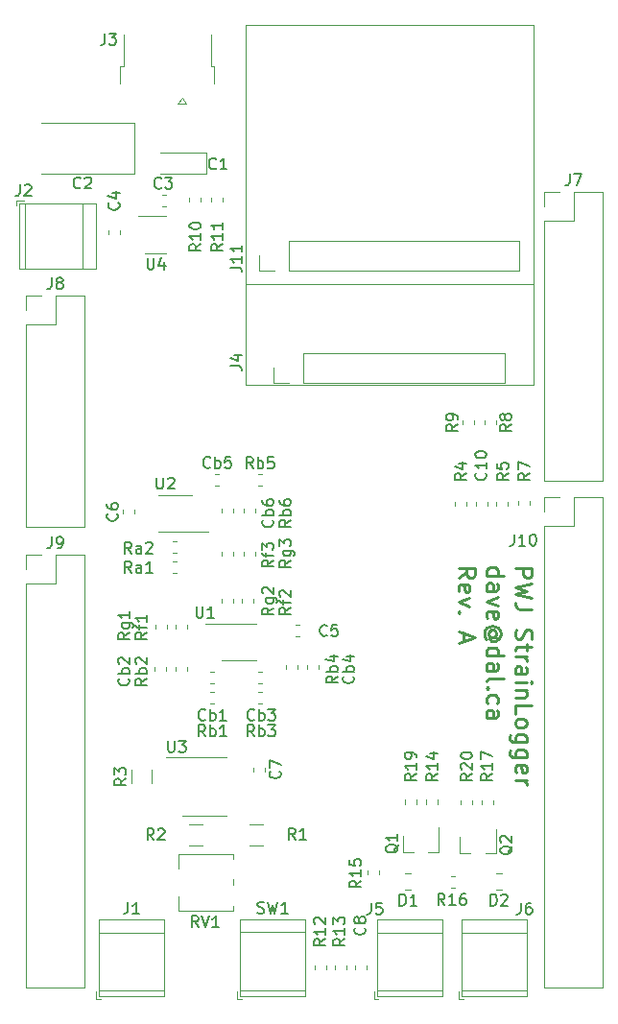
<source format=gto>
G04 #@! TF.GenerationSoftware,KiCad,Pcbnew,(5.1.5-0)*
G04 #@! TF.CreationDate,2021-03-30T12:59:59-03:00*
G04 #@! TF.ProjectId,pwjsignal,70776a73-6967-46e6-916c-2e6b69636164,rev?*
G04 #@! TF.SameCoordinates,Original*
G04 #@! TF.FileFunction,Legend,Top*
G04 #@! TF.FilePolarity,Positive*
%FSLAX46Y46*%
G04 Gerber Fmt 4.6, Leading zero omitted, Abs format (unit mm)*
G04 Created by KiCad (PCBNEW (5.1.5-0)) date 2021-03-30 12:59:59*
%MOMM*%
%LPD*%
G04 APERTURE LIST*
%ADD10C,0.254000*%
%ADD11C,0.120000*%
%ADD12C,0.150000*%
G04 APERTURE END LIST*
D10*
X171370428Y-88787242D02*
X172870428Y-88787242D01*
X172870428Y-89358671D01*
X172799000Y-89501528D01*
X172727571Y-89572957D01*
X172584714Y-89644385D01*
X172370428Y-89644385D01*
X172227571Y-89572957D01*
X172156142Y-89501528D01*
X172084714Y-89358671D01*
X172084714Y-88787242D01*
X172870428Y-90144385D02*
X171370428Y-90501528D01*
X172441857Y-90787242D01*
X171370428Y-91072957D01*
X172870428Y-91430100D01*
X172870428Y-92430100D02*
X171799000Y-92430100D01*
X171584714Y-92358671D01*
X171441857Y-92215814D01*
X171370428Y-92001528D01*
X171370428Y-91858671D01*
X171441857Y-94215814D02*
X171370428Y-94430100D01*
X171370428Y-94787242D01*
X171441857Y-94930100D01*
X171513285Y-95001528D01*
X171656142Y-95072957D01*
X171799000Y-95072957D01*
X171941857Y-95001528D01*
X172013285Y-94930100D01*
X172084714Y-94787242D01*
X172156142Y-94501528D01*
X172227571Y-94358671D01*
X172299000Y-94287242D01*
X172441857Y-94215814D01*
X172584714Y-94215814D01*
X172727571Y-94287242D01*
X172799000Y-94358671D01*
X172870428Y-94501528D01*
X172870428Y-94858671D01*
X172799000Y-95072957D01*
X172370428Y-95501528D02*
X172370428Y-96072957D01*
X172870428Y-95715814D02*
X171584714Y-95715814D01*
X171441857Y-95787242D01*
X171370428Y-95930100D01*
X171370428Y-96072957D01*
X171370428Y-96572957D02*
X172370428Y-96572957D01*
X172084714Y-96572957D02*
X172227571Y-96644385D01*
X172299000Y-96715814D01*
X172370428Y-96858671D01*
X172370428Y-97001528D01*
X171370428Y-98144385D02*
X172156142Y-98144385D01*
X172299000Y-98072957D01*
X172370428Y-97930100D01*
X172370428Y-97644385D01*
X172299000Y-97501528D01*
X171441857Y-98144385D02*
X171370428Y-98001528D01*
X171370428Y-97644385D01*
X171441857Y-97501528D01*
X171584714Y-97430100D01*
X171727571Y-97430100D01*
X171870428Y-97501528D01*
X171941857Y-97644385D01*
X171941857Y-98001528D01*
X172013285Y-98144385D01*
X171370428Y-98858671D02*
X172370428Y-98858671D01*
X172870428Y-98858671D02*
X172799000Y-98787242D01*
X172727571Y-98858671D01*
X172799000Y-98930100D01*
X172870428Y-98858671D01*
X172727571Y-98858671D01*
X172370428Y-99572957D02*
X171370428Y-99572957D01*
X172227571Y-99572957D02*
X172299000Y-99644385D01*
X172370428Y-99787242D01*
X172370428Y-100001528D01*
X172299000Y-100144385D01*
X172156142Y-100215814D01*
X171370428Y-100215814D01*
X171370428Y-101644385D02*
X171370428Y-100930100D01*
X172870428Y-100930100D01*
X171370428Y-102358671D02*
X171441857Y-102215814D01*
X171513285Y-102144385D01*
X171656142Y-102072957D01*
X172084714Y-102072957D01*
X172227571Y-102144385D01*
X172299000Y-102215814D01*
X172370428Y-102358671D01*
X172370428Y-102572957D01*
X172299000Y-102715814D01*
X172227571Y-102787242D01*
X172084714Y-102858671D01*
X171656142Y-102858671D01*
X171513285Y-102787242D01*
X171441857Y-102715814D01*
X171370428Y-102572957D01*
X171370428Y-102358671D01*
X172370428Y-104144385D02*
X171156142Y-104144385D01*
X171013285Y-104072957D01*
X170941857Y-104001528D01*
X170870428Y-103858671D01*
X170870428Y-103644385D01*
X170941857Y-103501528D01*
X171441857Y-104144385D02*
X171370428Y-104001528D01*
X171370428Y-103715814D01*
X171441857Y-103572957D01*
X171513285Y-103501528D01*
X171656142Y-103430100D01*
X172084714Y-103430100D01*
X172227571Y-103501528D01*
X172299000Y-103572957D01*
X172370428Y-103715814D01*
X172370428Y-104001528D01*
X172299000Y-104144385D01*
X172370428Y-105501528D02*
X171156142Y-105501528D01*
X171013285Y-105430100D01*
X170941857Y-105358671D01*
X170870428Y-105215814D01*
X170870428Y-105001528D01*
X170941857Y-104858671D01*
X171441857Y-105501528D02*
X171370428Y-105358671D01*
X171370428Y-105072957D01*
X171441857Y-104930100D01*
X171513285Y-104858671D01*
X171656142Y-104787242D01*
X172084714Y-104787242D01*
X172227571Y-104858671D01*
X172299000Y-104930100D01*
X172370428Y-105072957D01*
X172370428Y-105358671D01*
X172299000Y-105501528D01*
X171441857Y-106787242D02*
X171370428Y-106644385D01*
X171370428Y-106358671D01*
X171441857Y-106215814D01*
X171584714Y-106144385D01*
X172156142Y-106144385D01*
X172299000Y-106215814D01*
X172370428Y-106358671D01*
X172370428Y-106644385D01*
X172299000Y-106787242D01*
X172156142Y-106858671D01*
X172013285Y-106858671D01*
X171870428Y-106144385D01*
X171370428Y-107501528D02*
X172370428Y-107501528D01*
X172084714Y-107501528D02*
X172227571Y-107572957D01*
X172299000Y-107644385D01*
X172370428Y-107787242D01*
X172370428Y-107930100D01*
X168866428Y-89430100D02*
X170366428Y-89430100D01*
X168937857Y-89430100D02*
X168866428Y-89287242D01*
X168866428Y-89001528D01*
X168937857Y-88858671D01*
X169009285Y-88787242D01*
X169152142Y-88715814D01*
X169580714Y-88715814D01*
X169723571Y-88787242D01*
X169795000Y-88858671D01*
X169866428Y-89001528D01*
X169866428Y-89287242D01*
X169795000Y-89430100D01*
X168866428Y-90787242D02*
X169652142Y-90787242D01*
X169795000Y-90715814D01*
X169866428Y-90572957D01*
X169866428Y-90287242D01*
X169795000Y-90144385D01*
X168937857Y-90787242D02*
X168866428Y-90644385D01*
X168866428Y-90287242D01*
X168937857Y-90144385D01*
X169080714Y-90072957D01*
X169223571Y-90072957D01*
X169366428Y-90144385D01*
X169437857Y-90287242D01*
X169437857Y-90644385D01*
X169509285Y-90787242D01*
X169866428Y-91358671D02*
X168866428Y-91715814D01*
X169866428Y-92072957D01*
X168937857Y-93215814D02*
X168866428Y-93072957D01*
X168866428Y-92787242D01*
X168937857Y-92644385D01*
X169080714Y-92572957D01*
X169652142Y-92572957D01*
X169795000Y-92644385D01*
X169866428Y-92787242D01*
X169866428Y-93072957D01*
X169795000Y-93215814D01*
X169652142Y-93287242D01*
X169509285Y-93287242D01*
X169366428Y-92572957D01*
X169580714Y-94858671D02*
X169652142Y-94787242D01*
X169723571Y-94644385D01*
X169723571Y-94501528D01*
X169652142Y-94358671D01*
X169580714Y-94287242D01*
X169437857Y-94215814D01*
X169295000Y-94215814D01*
X169152142Y-94287242D01*
X169080714Y-94358671D01*
X169009285Y-94501528D01*
X169009285Y-94644385D01*
X169080714Y-94787242D01*
X169152142Y-94858671D01*
X169723571Y-94858671D02*
X169152142Y-94858671D01*
X169080714Y-94930100D01*
X169080714Y-95001528D01*
X169152142Y-95144385D01*
X169295000Y-95215814D01*
X169652142Y-95215814D01*
X169866428Y-95072957D01*
X170009285Y-94858671D01*
X170080714Y-94572957D01*
X170009285Y-94287242D01*
X169866428Y-94072957D01*
X169652142Y-93930100D01*
X169366428Y-93858671D01*
X169080714Y-93930100D01*
X168866428Y-94072957D01*
X168723571Y-94287242D01*
X168652142Y-94572957D01*
X168723571Y-94858671D01*
X168866428Y-95072957D01*
X168866428Y-96501528D02*
X170366428Y-96501528D01*
X168937857Y-96501528D02*
X168866428Y-96358671D01*
X168866428Y-96072957D01*
X168937857Y-95930100D01*
X169009285Y-95858671D01*
X169152142Y-95787242D01*
X169580714Y-95787242D01*
X169723571Y-95858671D01*
X169795000Y-95930100D01*
X169866428Y-96072957D01*
X169866428Y-96358671D01*
X169795000Y-96501528D01*
X168866428Y-97858671D02*
X169652142Y-97858671D01*
X169795000Y-97787242D01*
X169866428Y-97644385D01*
X169866428Y-97358671D01*
X169795000Y-97215814D01*
X168937857Y-97858671D02*
X168866428Y-97715814D01*
X168866428Y-97358671D01*
X168937857Y-97215814D01*
X169080714Y-97144385D01*
X169223571Y-97144385D01*
X169366428Y-97215814D01*
X169437857Y-97358671D01*
X169437857Y-97715814D01*
X169509285Y-97858671D01*
X168866428Y-98787242D02*
X168937857Y-98644385D01*
X169080714Y-98572957D01*
X170366428Y-98572957D01*
X169009285Y-99358671D02*
X168937857Y-99430100D01*
X168866428Y-99358671D01*
X168937857Y-99287242D01*
X169009285Y-99358671D01*
X168866428Y-99358671D01*
X168937857Y-100715814D02*
X168866428Y-100572957D01*
X168866428Y-100287242D01*
X168937857Y-100144385D01*
X169009285Y-100072957D01*
X169152142Y-100001528D01*
X169580714Y-100001528D01*
X169723571Y-100072957D01*
X169795000Y-100144385D01*
X169866428Y-100287242D01*
X169866428Y-100572957D01*
X169795000Y-100715814D01*
X168866428Y-102001528D02*
X169652142Y-102001528D01*
X169795000Y-101930100D01*
X169866428Y-101787242D01*
X169866428Y-101501528D01*
X169795000Y-101358671D01*
X168937857Y-102001528D02*
X168866428Y-101858671D01*
X168866428Y-101501528D01*
X168937857Y-101358671D01*
X169080714Y-101287242D01*
X169223571Y-101287242D01*
X169366428Y-101358671D01*
X169437857Y-101501528D01*
X169437857Y-101858671D01*
X169509285Y-102001528D01*
X166362428Y-89644385D02*
X167076714Y-89144385D01*
X166362428Y-88787242D02*
X167862428Y-88787242D01*
X167862428Y-89358671D01*
X167791000Y-89501528D01*
X167719571Y-89572957D01*
X167576714Y-89644385D01*
X167362428Y-89644385D01*
X167219571Y-89572957D01*
X167148142Y-89501528D01*
X167076714Y-89358671D01*
X167076714Y-88787242D01*
X166433857Y-90858671D02*
X166362428Y-90715814D01*
X166362428Y-90430100D01*
X166433857Y-90287242D01*
X166576714Y-90215814D01*
X167148142Y-90215814D01*
X167291000Y-90287242D01*
X167362428Y-90430100D01*
X167362428Y-90715814D01*
X167291000Y-90858671D01*
X167148142Y-90930100D01*
X167005285Y-90930100D01*
X166862428Y-90215814D01*
X167362428Y-91430100D02*
X166362428Y-91787242D01*
X167362428Y-92144385D01*
X166505285Y-92715814D02*
X166433857Y-92787242D01*
X166362428Y-92715814D01*
X166433857Y-92644385D01*
X166505285Y-92715814D01*
X166362428Y-92715814D01*
X166791000Y-94501528D02*
X166791000Y-95215814D01*
X166362428Y-94358671D02*
X167862428Y-94858671D01*
X166362428Y-95358671D01*
D11*
X152654000Y-69790000D02*
X170494000Y-69790000D01*
X170494000Y-72450000D02*
X170494000Y-69790000D01*
X152654000Y-72450000D02*
X152654000Y-69790000D01*
X151384000Y-72450000D02*
X150054000Y-72450000D01*
X152654000Y-72450000D02*
X170494000Y-72450000D01*
X150054000Y-72450000D02*
X150054000Y-71120000D01*
X172974000Y-72644000D02*
X160274000Y-72644000D01*
X172974000Y-40894000D02*
X172974000Y-72644000D01*
X147574000Y-40894000D02*
X172974000Y-40894000D01*
X147574000Y-72644000D02*
X147574000Y-40894000D01*
X160274000Y-72644000D02*
X147574000Y-72644000D01*
X146857000Y-126774600D02*
X147257000Y-126774600D01*
X146857000Y-126134600D02*
X146857000Y-126774600D01*
X152877000Y-119794600D02*
X152877000Y-126534600D01*
X147097000Y-119794600D02*
X147097000Y-126534600D01*
X147097000Y-126534600D02*
X152877000Y-126534600D01*
X147097000Y-119794600D02*
X152877000Y-119794600D01*
X147097000Y-120914600D02*
X152877000Y-120914600D01*
X147097000Y-126014600D02*
X152877000Y-126014600D01*
X158922000Y-126800000D02*
X159322000Y-126800000D01*
X158922000Y-126160000D02*
X158922000Y-126800000D01*
X164942000Y-119820000D02*
X164942000Y-126560000D01*
X159162000Y-119820000D02*
X159162000Y-126560000D01*
X159162000Y-126560000D02*
X164942000Y-126560000D01*
X159162000Y-119820000D02*
X164942000Y-119820000D01*
X159162000Y-120940000D02*
X164942000Y-120940000D01*
X159162000Y-126040000D02*
X164942000Y-126040000D01*
X148698133Y-81485200D02*
X149040667Y-81485200D01*
X148698133Y-80465200D02*
X149040667Y-80465200D01*
X141142933Y-86383400D02*
X141485467Y-86383400D01*
X141142933Y-87403400D02*
X141485467Y-87403400D01*
X141376400Y-82324300D02*
X139876400Y-82324300D01*
X141376400Y-82324300D02*
X142876400Y-82324300D01*
X141376400Y-85544300D02*
X139876400Y-85544300D01*
X141376400Y-85544300D02*
X144301400Y-85544300D01*
X141485467Y-88212200D02*
X141142933Y-88212200D01*
X141485467Y-89232200D02*
X141142933Y-89232200D01*
X147470400Y-83915067D02*
X147470400Y-83572533D01*
X148490400Y-83915067D02*
X148490400Y-83572533D01*
X146521900Y-87711067D02*
X146521900Y-87368533D01*
X145501900Y-87711067D02*
X145501900Y-87368533D01*
X147470400Y-87382533D02*
X147470400Y-87725067D01*
X148490400Y-87382533D02*
X148490400Y-87725067D01*
X137811000Y-83648733D02*
X137811000Y-83991267D01*
X136791000Y-83648733D02*
X136791000Y-83991267D01*
X145270067Y-81485200D02*
X144927533Y-81485200D01*
X145270067Y-80465200D02*
X144927533Y-80465200D01*
X145501900Y-83915067D02*
X145501900Y-83572533D01*
X146521900Y-83915067D02*
X146521900Y-83572533D01*
X128210000Y-125790000D02*
X133410000Y-125790000D01*
X128210000Y-90170000D02*
X128210000Y-125790000D01*
X133410000Y-87570000D02*
X133410000Y-125790000D01*
X128210000Y-90170000D02*
X130810000Y-90170000D01*
X130810000Y-90170000D02*
X130810000Y-87570000D01*
X130810000Y-87570000D02*
X133410000Y-87570000D01*
X128210000Y-88900000D02*
X128210000Y-87570000D01*
X128210000Y-87570000D02*
X129540000Y-87570000D01*
X173930000Y-125790000D02*
X179130000Y-125790000D01*
X173930000Y-85090000D02*
X173930000Y-125790000D01*
X179130000Y-82490000D02*
X179130000Y-125790000D01*
X173930000Y-85090000D02*
X176530000Y-85090000D01*
X176530000Y-85090000D02*
X176530000Y-82490000D01*
X176530000Y-82490000D02*
X179130000Y-82490000D01*
X173930000Y-83820000D02*
X173930000Y-82490000D01*
X173930000Y-82490000D02*
X175260000Y-82490000D01*
X140555767Y-55878000D02*
X140213233Y-55878000D01*
X140555767Y-56898000D02*
X140213233Y-56898000D01*
X136527000Y-59010733D02*
X136527000Y-59353267D01*
X135507000Y-59010733D02*
X135507000Y-59353267D01*
X152011533Y-93774800D02*
X152354067Y-93774800D01*
X152011533Y-94794800D02*
X152354067Y-94794800D01*
X148308600Y-106370333D02*
X148308600Y-106712867D01*
X149328600Y-106370333D02*
X149328600Y-106712867D01*
X157224000Y-124213467D02*
X157224000Y-123870933D01*
X158244000Y-124213467D02*
X158244000Y-123870933D01*
X167892000Y-82964233D02*
X167892000Y-83306767D01*
X168912000Y-82964233D02*
X168912000Y-83306767D01*
X144481733Y-98985800D02*
X144824267Y-98985800D01*
X144481733Y-97965800D02*
X144824267Y-97965800D01*
X140616400Y-97517133D02*
X140616400Y-97859667D01*
X139596400Y-97517133D02*
X139596400Y-97859667D01*
X149064767Y-97902300D02*
X148722233Y-97902300D01*
X149064767Y-98922300D02*
X148722233Y-98922300D01*
X154053000Y-97366033D02*
X154053000Y-97708567D01*
X153033000Y-97366033D02*
X153033000Y-97708567D01*
X162177252Y-115749000D02*
X161654748Y-115749000D01*
X162177252Y-117169000D02*
X161654748Y-117169000D01*
X170196252Y-117169000D02*
X169673748Y-117169000D01*
X170196252Y-115749000D02*
X169673748Y-115749000D01*
X134651000Y-126040000D02*
X140431000Y-126040000D01*
X134651000Y-120940000D02*
X140431000Y-120940000D01*
X134651000Y-119820000D02*
X140431000Y-119820000D01*
X134651000Y-126560000D02*
X140431000Y-126560000D01*
X134651000Y-119820000D02*
X134651000Y-126560000D01*
X140431000Y-119820000D02*
X140431000Y-126560000D01*
X134411000Y-126160000D02*
X134411000Y-126800000D01*
X134411000Y-126800000D02*
X134811000Y-126800000D01*
X128150500Y-56609500D02*
X128150500Y-62389500D01*
X133250500Y-56609500D02*
X133250500Y-62389500D01*
X134370500Y-56609500D02*
X134370500Y-62389500D01*
X127630500Y-56609500D02*
X127630500Y-62389500D01*
X134370500Y-56609500D02*
X127630500Y-56609500D01*
X134370500Y-62389500D02*
X127630500Y-62389500D01*
X128030500Y-56369500D02*
X127390500Y-56369500D01*
X127390500Y-56369500D02*
X127390500Y-56769500D01*
X144836000Y-44528000D02*
X144836000Y-46078000D01*
X144836000Y-44528000D02*
X144536000Y-44528000D01*
X144536000Y-41728000D02*
X144536000Y-44528000D01*
X136536000Y-44528000D02*
X136536000Y-46078000D01*
X136836000Y-44528000D02*
X136536000Y-44528000D01*
X136836000Y-41728000D02*
X136836000Y-44528000D01*
X141586000Y-47778000D02*
X141986000Y-47328000D01*
X142386000Y-47778000D02*
X141586000Y-47778000D01*
X141986000Y-47328000D02*
X142386000Y-47778000D01*
X166655000Y-126040000D02*
X172435000Y-126040000D01*
X166655000Y-120940000D02*
X172435000Y-120940000D01*
X166655000Y-119820000D02*
X172435000Y-119820000D01*
X166655000Y-126560000D02*
X172435000Y-126560000D01*
X166655000Y-119820000D02*
X166655000Y-126560000D01*
X172435000Y-119820000D02*
X172435000Y-126560000D01*
X166415000Y-126160000D02*
X166415000Y-126800000D01*
X166415000Y-126800000D02*
X166815000Y-126800000D01*
X173930000Y-81090000D02*
X179130000Y-81090000D01*
X173930000Y-58170000D02*
X173930000Y-81090000D01*
X179130000Y-55570000D02*
X179130000Y-81090000D01*
X173930000Y-58170000D02*
X176530000Y-58170000D01*
X176530000Y-58170000D02*
X176530000Y-55570000D01*
X176530000Y-55570000D02*
X179130000Y-55570000D01*
X173930000Y-56900000D02*
X173930000Y-55570000D01*
X173930000Y-55570000D02*
X175260000Y-55570000D01*
X128210000Y-85150000D02*
X133410000Y-85150000D01*
X128210000Y-67310000D02*
X128210000Y-85150000D01*
X133410000Y-64710000D02*
X133410000Y-85150000D01*
X128210000Y-67310000D02*
X130810000Y-67310000D01*
X130810000Y-67310000D02*
X130810000Y-64710000D01*
X130810000Y-64710000D02*
X133410000Y-64710000D01*
X128210000Y-66040000D02*
X128210000Y-64710000D01*
X128210000Y-64710000D02*
X129540000Y-64710000D01*
X161485500Y-113837500D02*
X162415500Y-113837500D01*
X164645500Y-113837500D02*
X163715500Y-113837500D01*
X164645500Y-113837500D02*
X164645500Y-111677500D01*
X161485500Y-113837500D02*
X161485500Y-112377500D01*
X166504500Y-113980500D02*
X166504500Y-112520500D01*
X169664500Y-113980500D02*
X169664500Y-111820500D01*
X169664500Y-113980500D02*
X168734500Y-113980500D01*
X166504500Y-113980500D02*
X167434500Y-113980500D01*
X167070500Y-82964233D02*
X167070500Y-83306767D01*
X166050500Y-82964233D02*
X166050500Y-83306767D01*
X170753500Y-83292767D02*
X170753500Y-82950233D01*
X169733500Y-83292767D02*
X169733500Y-82950233D01*
X172658500Y-83229267D02*
X172658500Y-82886733D01*
X171638500Y-83229267D02*
X171638500Y-82886733D01*
X168654000Y-75774733D02*
X168654000Y-76117267D01*
X169674000Y-75774733D02*
X169674000Y-76117267D01*
X166749000Y-76117267D02*
X166749000Y-75774733D01*
X167769000Y-76117267D02*
X167769000Y-75774733D01*
X142619000Y-56103733D02*
X142619000Y-56446267D01*
X143639000Y-56103733D02*
X143639000Y-56446267D01*
X145607500Y-56089733D02*
X145607500Y-56432267D01*
X144587500Y-56089733D02*
X144587500Y-56432267D01*
X153668000Y-124213467D02*
X153668000Y-123870933D01*
X154688000Y-124213467D02*
X154688000Y-123870933D01*
X156466000Y-124213467D02*
X156466000Y-123870933D01*
X155446000Y-124213467D02*
X155446000Y-123870933D01*
X163510500Y-109581767D02*
X163510500Y-109239233D01*
X164530500Y-109581767D02*
X164530500Y-109239233D01*
X159412400Y-115500333D02*
X159412400Y-115842867D01*
X158392400Y-115500333D02*
X158392400Y-115842867D01*
X165704733Y-116969000D02*
X166047267Y-116969000D01*
X165704733Y-115949000D02*
X166047267Y-115949000D01*
X168400000Y-109302733D02*
X168400000Y-109645267D01*
X169420000Y-109302733D02*
X169420000Y-109645267D01*
X161669000Y-109581767D02*
X161669000Y-109239233D01*
X162689000Y-109581767D02*
X162689000Y-109239233D01*
X167611501Y-109640268D02*
X167611501Y-109297734D01*
X166591501Y-109640268D02*
X166591501Y-109297734D01*
X144495733Y-100763800D02*
X144838267Y-100763800D01*
X144495733Y-99743800D02*
X144838267Y-99743800D01*
X142470600Y-97517133D02*
X142470600Y-97859667D01*
X141450600Y-97517133D02*
X141450600Y-97859667D01*
X149078767Y-99743800D02*
X148736233Y-99743800D01*
X149078767Y-100763800D02*
X148736233Y-100763800D01*
X152211500Y-97352033D02*
X152211500Y-97694567D01*
X151191500Y-97352033D02*
X151191500Y-97694567D01*
X142470600Y-93784633D02*
X142470600Y-94127167D01*
X141450600Y-93784633D02*
X141450600Y-94127167D01*
X148287200Y-91511333D02*
X148287200Y-91853867D01*
X147267200Y-91511333D02*
X147267200Y-91853867D01*
X140641800Y-94127167D02*
X140641800Y-93784633D01*
X139621800Y-94127167D02*
X139621800Y-93784633D01*
X145514600Y-91853867D02*
X145514600Y-91511333D01*
X146534600Y-91853867D02*
X146534600Y-91511333D01*
X141655400Y-113996800D02*
X146495400Y-113996800D01*
X141655400Y-119036800D02*
X146495400Y-119036800D01*
X141655400Y-113996800D02*
X141655400Y-115276800D01*
X141655400Y-117756800D02*
X141655400Y-119036800D01*
X146495400Y-113996800D02*
X146495400Y-114476800D01*
X146495400Y-116256800D02*
X146495400Y-116776800D01*
X146495400Y-118556800D02*
X146495400Y-119036800D01*
X141655400Y-114376800D02*
X141655400Y-114376800D01*
X141655400Y-114376800D02*
X141655400Y-115276800D01*
X141655400Y-114376800D02*
X141655400Y-115276800D01*
X138736500Y-60982500D02*
X140536500Y-60982500D01*
X140536500Y-57762500D02*
X138086500Y-57762500D01*
X147002500Y-96910800D02*
X148502500Y-96910800D01*
X147002500Y-96910800D02*
X145502500Y-96910800D01*
X147002500Y-93690800D02*
X148502500Y-93690800D01*
X147002500Y-93690800D02*
X144077500Y-93690800D01*
X140068500Y-54021000D02*
X144153500Y-54021000D01*
X144153500Y-54021000D02*
X144153500Y-52151000D01*
X144153500Y-52151000D02*
X140068500Y-52151000D01*
X129548000Y-54012500D02*
X137783000Y-54012500D01*
X137783000Y-54012500D02*
X137783000Y-49492500D01*
X137783000Y-49492500D02*
X129548000Y-49492500D01*
X149130164Y-113254200D02*
X147926036Y-113254200D01*
X149130164Y-111434200D02*
X147926036Y-111434200D01*
X143832664Y-113254200D02*
X142628536Y-113254200D01*
X143832664Y-111434200D02*
X142628536Y-111434200D01*
X139314600Y-107801164D02*
X139314600Y-106597036D01*
X137494600Y-107801164D02*
X137494600Y-106597036D01*
X143992600Y-110611600D02*
X145942600Y-110611600D01*
X143992600Y-110611600D02*
X142042600Y-110611600D01*
X143992600Y-105491600D02*
X145942600Y-105491600D01*
X143992600Y-105491600D02*
X140542600Y-105491600D01*
X151384000Y-62544000D02*
X151384000Y-59884000D01*
X151384000Y-59884000D02*
X171764000Y-59884000D01*
X151384000Y-62544000D02*
X171764000Y-62544000D01*
X171764000Y-62544000D02*
X171764000Y-59884000D01*
X148784000Y-62544000D02*
X148784000Y-61214000D01*
X150114000Y-62544000D02*
X148784000Y-62544000D01*
X160274000Y-63754000D02*
X147574000Y-63754000D01*
X147574000Y-63754000D02*
X147574000Y-40894000D01*
X147574000Y-40894000D02*
X172974000Y-40894000D01*
X172974000Y-40894000D02*
X172974000Y-63754000D01*
X172974000Y-63754000D02*
X160274000Y-63754000D01*
D12*
X146264380Y-70945333D02*
X146978666Y-70945333D01*
X147121523Y-70992952D01*
X147216761Y-71088190D01*
X147264380Y-71231047D01*
X147264380Y-71326285D01*
X146597714Y-70040571D02*
X147264380Y-70040571D01*
X146216761Y-70278666D02*
X146931047Y-70516761D01*
X146931047Y-69897714D01*
X148653666Y-119199361D02*
X148796523Y-119246980D01*
X149034619Y-119246980D01*
X149129857Y-119199361D01*
X149177476Y-119151742D01*
X149225095Y-119056504D01*
X149225095Y-118961266D01*
X149177476Y-118866028D01*
X149129857Y-118818409D01*
X149034619Y-118770790D01*
X148844142Y-118723171D01*
X148748904Y-118675552D01*
X148701285Y-118627933D01*
X148653666Y-118532695D01*
X148653666Y-118437457D01*
X148701285Y-118342219D01*
X148748904Y-118294600D01*
X148844142Y-118246980D01*
X149082238Y-118246980D01*
X149225095Y-118294600D01*
X149558428Y-118246980D02*
X149796523Y-119246980D01*
X149987000Y-118532695D01*
X150177476Y-119246980D01*
X150415571Y-118246980D01*
X151320333Y-119246980D02*
X150748904Y-119246980D01*
X151034619Y-119246980D02*
X151034619Y-118246980D01*
X150939380Y-118389838D01*
X150844142Y-118485076D01*
X150748904Y-118532695D01*
X158670666Y-118324380D02*
X158670666Y-119038666D01*
X158623047Y-119181523D01*
X158527809Y-119276761D01*
X158384952Y-119324380D01*
X158289714Y-119324380D01*
X159623047Y-118324380D02*
X159146857Y-118324380D01*
X159099238Y-118800571D01*
X159146857Y-118752952D01*
X159242095Y-118705333D01*
X159480190Y-118705333D01*
X159575428Y-118752952D01*
X159623047Y-118800571D01*
X159670666Y-118895809D01*
X159670666Y-119133904D01*
X159623047Y-119229142D01*
X159575428Y-119276761D01*
X159480190Y-119324380D01*
X159242095Y-119324380D01*
X159146857Y-119276761D01*
X159099238Y-119229142D01*
X148250352Y-79997580D02*
X147917019Y-79521390D01*
X147678923Y-79997580D02*
X147678923Y-78997580D01*
X148059876Y-78997580D01*
X148155114Y-79045200D01*
X148202733Y-79092819D01*
X148250352Y-79188057D01*
X148250352Y-79330914D01*
X148202733Y-79426152D01*
X148155114Y-79473771D01*
X148059876Y-79521390D01*
X147678923Y-79521390D01*
X148678923Y-79997580D02*
X148678923Y-78997580D01*
X148678923Y-79378533D02*
X148774161Y-79330914D01*
X148964638Y-79330914D01*
X149059876Y-79378533D01*
X149107495Y-79426152D01*
X149155114Y-79521390D01*
X149155114Y-79807104D01*
X149107495Y-79902342D01*
X149059876Y-79949961D01*
X148964638Y-79997580D01*
X148774161Y-79997580D01*
X148678923Y-79949961D01*
X150059876Y-78997580D02*
X149583685Y-78997580D01*
X149536066Y-79473771D01*
X149583685Y-79426152D01*
X149678923Y-79378533D01*
X149917019Y-79378533D01*
X150012257Y-79426152D01*
X150059876Y-79473771D01*
X150107495Y-79569009D01*
X150107495Y-79807104D01*
X150059876Y-79902342D01*
X150012257Y-79949961D01*
X149917019Y-79997580D01*
X149678923Y-79997580D01*
X149583685Y-79949961D01*
X149536066Y-79902342D01*
X137531552Y-87498180D02*
X137198219Y-87021990D01*
X136960123Y-87498180D02*
X136960123Y-86498180D01*
X137341076Y-86498180D01*
X137436314Y-86545800D01*
X137483933Y-86593419D01*
X137531552Y-86688657D01*
X137531552Y-86831514D01*
X137483933Y-86926752D01*
X137436314Y-86974371D01*
X137341076Y-87021990D01*
X136960123Y-87021990D01*
X138388695Y-87498180D02*
X138388695Y-86974371D01*
X138341076Y-86879133D01*
X138245838Y-86831514D01*
X138055361Y-86831514D01*
X137960123Y-86879133D01*
X138388695Y-87450561D02*
X138293457Y-87498180D01*
X138055361Y-87498180D01*
X137960123Y-87450561D01*
X137912504Y-87355323D01*
X137912504Y-87260085D01*
X137960123Y-87164847D01*
X138055361Y-87117228D01*
X138293457Y-87117228D01*
X138388695Y-87069609D01*
X138817266Y-86593419D02*
X138864885Y-86545800D01*
X138960123Y-86498180D01*
X139198219Y-86498180D01*
X139293457Y-86545800D01*
X139341076Y-86593419D01*
X139388695Y-86688657D01*
X139388695Y-86783895D01*
X139341076Y-86926752D01*
X138769647Y-87498180D01*
X139388695Y-87498180D01*
X139750895Y-80808580D02*
X139750895Y-81618104D01*
X139798514Y-81713342D01*
X139846133Y-81760961D01*
X139941371Y-81808580D01*
X140131847Y-81808580D01*
X140227085Y-81760961D01*
X140274704Y-81713342D01*
X140322323Y-81618104D01*
X140322323Y-80808580D01*
X140750895Y-80903819D02*
X140798514Y-80856200D01*
X140893752Y-80808580D01*
X141131847Y-80808580D01*
X141227085Y-80856200D01*
X141274704Y-80903819D01*
X141322323Y-80999057D01*
X141322323Y-81094295D01*
X141274704Y-81237152D01*
X140703276Y-81808580D01*
X141322323Y-81808580D01*
X137531552Y-89199980D02*
X137198219Y-88723790D01*
X136960123Y-89199980D02*
X136960123Y-88199980D01*
X137341076Y-88199980D01*
X137436314Y-88247600D01*
X137483933Y-88295219D01*
X137531552Y-88390457D01*
X137531552Y-88533314D01*
X137483933Y-88628552D01*
X137436314Y-88676171D01*
X137341076Y-88723790D01*
X136960123Y-88723790D01*
X138388695Y-89199980D02*
X138388695Y-88676171D01*
X138341076Y-88580933D01*
X138245838Y-88533314D01*
X138055361Y-88533314D01*
X137960123Y-88580933D01*
X138388695Y-89152361D02*
X138293457Y-89199980D01*
X138055361Y-89199980D01*
X137960123Y-89152361D01*
X137912504Y-89057123D01*
X137912504Y-88961885D01*
X137960123Y-88866647D01*
X138055361Y-88819028D01*
X138293457Y-88819028D01*
X138388695Y-88771409D01*
X139388695Y-89199980D02*
X138817266Y-89199980D01*
X139102980Y-89199980D02*
X139102980Y-88199980D01*
X139007742Y-88342838D01*
X138912504Y-88438076D01*
X138817266Y-88485695D01*
X151582380Y-84553347D02*
X151106190Y-84886680D01*
X151582380Y-85124776D02*
X150582380Y-85124776D01*
X150582380Y-84743823D01*
X150630000Y-84648585D01*
X150677619Y-84600966D01*
X150772857Y-84553347D01*
X150915714Y-84553347D01*
X151010952Y-84600966D01*
X151058571Y-84648585D01*
X151106190Y-84743823D01*
X151106190Y-85124776D01*
X151582380Y-84124776D02*
X150582380Y-84124776D01*
X150963333Y-84124776D02*
X150915714Y-84029538D01*
X150915714Y-83839061D01*
X150963333Y-83743823D01*
X151010952Y-83696204D01*
X151106190Y-83648585D01*
X151391904Y-83648585D01*
X151487142Y-83696204D01*
X151534761Y-83743823D01*
X151582380Y-83839061D01*
X151582380Y-84029538D01*
X151534761Y-84124776D01*
X150582380Y-82791442D02*
X150582380Y-82981919D01*
X150630000Y-83077157D01*
X150677619Y-83124776D01*
X150820476Y-83220014D01*
X151010952Y-83267633D01*
X151391904Y-83267633D01*
X151487142Y-83220014D01*
X151534761Y-83172395D01*
X151582380Y-83077157D01*
X151582380Y-82886680D01*
X151534761Y-82791442D01*
X151487142Y-82743823D01*
X151391904Y-82696204D01*
X151153809Y-82696204D01*
X151058571Y-82743823D01*
X151010952Y-82791442D01*
X150963333Y-82886680D01*
X150963333Y-83077157D01*
X151010952Y-83172395D01*
X151058571Y-83220014D01*
X151153809Y-83267633D01*
X150058380Y-88082380D02*
X149582190Y-88415714D01*
X150058380Y-88653809D02*
X149058380Y-88653809D01*
X149058380Y-88272857D01*
X149106000Y-88177619D01*
X149153619Y-88130000D01*
X149248857Y-88082380D01*
X149391714Y-88082380D01*
X149486952Y-88130000D01*
X149534571Y-88177619D01*
X149582190Y-88272857D01*
X149582190Y-88653809D01*
X149391714Y-87796666D02*
X149391714Y-87415714D01*
X150058380Y-87653809D02*
X149201238Y-87653809D01*
X149106000Y-87606190D01*
X149058380Y-87510952D01*
X149058380Y-87415714D01*
X149058380Y-87177619D02*
X149058380Y-86558571D01*
X149439333Y-86891904D01*
X149439333Y-86749047D01*
X149486952Y-86653809D01*
X149534571Y-86606190D01*
X149629809Y-86558571D01*
X149867904Y-86558571D01*
X149963142Y-86606190D01*
X150010761Y-86653809D01*
X150058380Y-86749047D01*
X150058380Y-87034761D01*
X150010761Y-87130000D01*
X149963142Y-87177619D01*
X151582380Y-88109347D02*
X151106190Y-88442680D01*
X151582380Y-88680776D02*
X150582380Y-88680776D01*
X150582380Y-88299823D01*
X150630000Y-88204585D01*
X150677619Y-88156966D01*
X150772857Y-88109347D01*
X150915714Y-88109347D01*
X151010952Y-88156966D01*
X151058571Y-88204585D01*
X151106190Y-88299823D01*
X151106190Y-88680776D01*
X150915714Y-87252204D02*
X151725238Y-87252204D01*
X151820476Y-87299823D01*
X151868095Y-87347442D01*
X151915714Y-87442680D01*
X151915714Y-87585538D01*
X151868095Y-87680776D01*
X151534761Y-87252204D02*
X151582380Y-87347442D01*
X151582380Y-87537919D01*
X151534761Y-87633157D01*
X151487142Y-87680776D01*
X151391904Y-87728395D01*
X151106190Y-87728395D01*
X151010952Y-87680776D01*
X150963333Y-87633157D01*
X150915714Y-87537919D01*
X150915714Y-87347442D01*
X150963333Y-87252204D01*
X150582380Y-86871252D02*
X150582380Y-86252204D01*
X150963333Y-86585538D01*
X150963333Y-86442680D01*
X151010952Y-86347442D01*
X151058571Y-86299823D01*
X151153809Y-86252204D01*
X151391904Y-86252204D01*
X151487142Y-86299823D01*
X151534761Y-86347442D01*
X151582380Y-86442680D01*
X151582380Y-86728395D01*
X151534761Y-86823633D01*
X151487142Y-86871252D01*
X136247142Y-83986666D02*
X136294761Y-84034285D01*
X136342380Y-84177142D01*
X136342380Y-84272380D01*
X136294761Y-84415238D01*
X136199523Y-84510476D01*
X136104285Y-84558095D01*
X135913809Y-84605714D01*
X135770952Y-84605714D01*
X135580476Y-84558095D01*
X135485238Y-84510476D01*
X135390000Y-84415238D01*
X135342380Y-84272380D01*
X135342380Y-84177142D01*
X135390000Y-84034285D01*
X135437619Y-83986666D01*
X135342380Y-83129523D02*
X135342380Y-83320000D01*
X135390000Y-83415238D01*
X135437619Y-83462857D01*
X135580476Y-83558095D01*
X135770952Y-83605714D01*
X136151904Y-83605714D01*
X136247142Y-83558095D01*
X136294761Y-83510476D01*
X136342380Y-83415238D01*
X136342380Y-83224761D01*
X136294761Y-83129523D01*
X136247142Y-83081904D01*
X136151904Y-83034285D01*
X135913809Y-83034285D01*
X135818571Y-83081904D01*
X135770952Y-83129523D01*
X135723333Y-83224761D01*
X135723333Y-83415238D01*
X135770952Y-83510476D01*
X135818571Y-83558095D01*
X135913809Y-83605714D01*
X144479752Y-79871842D02*
X144432133Y-79919461D01*
X144289276Y-79967080D01*
X144194038Y-79967080D01*
X144051180Y-79919461D01*
X143955942Y-79824223D01*
X143908323Y-79728985D01*
X143860704Y-79538509D01*
X143860704Y-79395652D01*
X143908323Y-79205176D01*
X143955942Y-79109938D01*
X144051180Y-79014700D01*
X144194038Y-78967080D01*
X144289276Y-78967080D01*
X144432133Y-79014700D01*
X144479752Y-79062319D01*
X144908323Y-79967080D02*
X144908323Y-78967080D01*
X144908323Y-79348033D02*
X145003561Y-79300414D01*
X145194038Y-79300414D01*
X145289276Y-79348033D01*
X145336895Y-79395652D01*
X145384514Y-79490890D01*
X145384514Y-79776604D01*
X145336895Y-79871842D01*
X145289276Y-79919461D01*
X145194038Y-79967080D01*
X145003561Y-79967080D01*
X144908323Y-79919461D01*
X146289276Y-78967080D02*
X145813085Y-78967080D01*
X145765466Y-79443271D01*
X145813085Y-79395652D01*
X145908323Y-79348033D01*
X146146419Y-79348033D01*
X146241657Y-79395652D01*
X146289276Y-79443271D01*
X146336895Y-79538509D01*
X146336895Y-79776604D01*
X146289276Y-79871842D01*
X146241657Y-79919461D01*
X146146419Y-79967080D01*
X145908323Y-79967080D01*
X145813085Y-79919461D01*
X145765466Y-79871842D01*
X149963142Y-84553347D02*
X150010761Y-84600966D01*
X150058380Y-84743823D01*
X150058380Y-84839061D01*
X150010761Y-84981919D01*
X149915523Y-85077157D01*
X149820285Y-85124776D01*
X149629809Y-85172395D01*
X149486952Y-85172395D01*
X149296476Y-85124776D01*
X149201238Y-85077157D01*
X149106000Y-84981919D01*
X149058380Y-84839061D01*
X149058380Y-84743823D01*
X149106000Y-84600966D01*
X149153619Y-84553347D01*
X150058380Y-84124776D02*
X149058380Y-84124776D01*
X149439333Y-84124776D02*
X149391714Y-84029538D01*
X149391714Y-83839061D01*
X149439333Y-83743823D01*
X149486952Y-83696204D01*
X149582190Y-83648585D01*
X149867904Y-83648585D01*
X149963142Y-83696204D01*
X150010761Y-83743823D01*
X150058380Y-83839061D01*
X150058380Y-84029538D01*
X150010761Y-84124776D01*
X149058380Y-82791442D02*
X149058380Y-82981919D01*
X149106000Y-83077157D01*
X149153619Y-83124776D01*
X149296476Y-83220014D01*
X149486952Y-83267633D01*
X149867904Y-83267633D01*
X149963142Y-83220014D01*
X150010761Y-83172395D01*
X150058380Y-83077157D01*
X150058380Y-82886680D01*
X150010761Y-82791442D01*
X149963142Y-82743823D01*
X149867904Y-82696204D01*
X149629809Y-82696204D01*
X149534571Y-82743823D01*
X149486952Y-82791442D01*
X149439333Y-82886680D01*
X149439333Y-83077157D01*
X149486952Y-83172395D01*
X149534571Y-83220014D01*
X149629809Y-83267633D01*
X130476666Y-86022380D02*
X130476666Y-86736666D01*
X130429047Y-86879523D01*
X130333809Y-86974761D01*
X130190952Y-87022380D01*
X130095714Y-87022380D01*
X131000476Y-87022380D02*
X131190952Y-87022380D01*
X131286190Y-86974761D01*
X131333809Y-86927142D01*
X131429047Y-86784285D01*
X131476666Y-86593809D01*
X131476666Y-86212857D01*
X131429047Y-86117619D01*
X131381428Y-86070000D01*
X131286190Y-86022380D01*
X131095714Y-86022380D01*
X131000476Y-86070000D01*
X130952857Y-86117619D01*
X130905238Y-86212857D01*
X130905238Y-86450952D01*
X130952857Y-86546190D01*
X131000476Y-86593809D01*
X131095714Y-86641428D01*
X131286190Y-86641428D01*
X131381428Y-86593809D01*
X131429047Y-86546190D01*
X131476666Y-86450952D01*
X171275476Y-85812380D02*
X171275476Y-86526666D01*
X171227857Y-86669523D01*
X171132619Y-86764761D01*
X170989761Y-86812380D01*
X170894523Y-86812380D01*
X172275476Y-86812380D02*
X171704047Y-86812380D01*
X171989761Y-86812380D02*
X171989761Y-85812380D01*
X171894523Y-85955238D01*
X171799285Y-86050476D01*
X171704047Y-86098095D01*
X172894523Y-85812380D02*
X172989761Y-85812380D01*
X173085000Y-85860000D01*
X173132619Y-85907619D01*
X173180238Y-86002857D01*
X173227857Y-86193333D01*
X173227857Y-86431428D01*
X173180238Y-86621904D01*
X173132619Y-86717142D01*
X173085000Y-86764761D01*
X172989761Y-86812380D01*
X172894523Y-86812380D01*
X172799285Y-86764761D01*
X172751666Y-86717142D01*
X172704047Y-86621904D01*
X172656428Y-86431428D01*
X172656428Y-86193333D01*
X172704047Y-86002857D01*
X172751666Y-85907619D01*
X172799285Y-85860000D01*
X172894523Y-85812380D01*
X140168333Y-55221142D02*
X140120714Y-55268761D01*
X139977857Y-55316380D01*
X139882619Y-55316380D01*
X139739761Y-55268761D01*
X139644523Y-55173523D01*
X139596904Y-55078285D01*
X139549285Y-54887809D01*
X139549285Y-54744952D01*
X139596904Y-54554476D01*
X139644523Y-54459238D01*
X139739761Y-54364000D01*
X139882619Y-54316380D01*
X139977857Y-54316380D01*
X140120714Y-54364000D01*
X140168333Y-54411619D01*
X140501666Y-54316380D02*
X141120714Y-54316380D01*
X140787380Y-54697333D01*
X140930238Y-54697333D01*
X141025476Y-54744952D01*
X141073095Y-54792571D01*
X141120714Y-54887809D01*
X141120714Y-55125904D01*
X141073095Y-55221142D01*
X141025476Y-55268761D01*
X140930238Y-55316380D01*
X140644523Y-55316380D01*
X140549285Y-55268761D01*
X140501666Y-55221142D01*
X136374142Y-56554666D02*
X136421761Y-56602285D01*
X136469380Y-56745142D01*
X136469380Y-56840380D01*
X136421761Y-56983238D01*
X136326523Y-57078476D01*
X136231285Y-57126095D01*
X136040809Y-57173714D01*
X135897952Y-57173714D01*
X135707476Y-57126095D01*
X135612238Y-57078476D01*
X135517000Y-56983238D01*
X135469380Y-56840380D01*
X135469380Y-56745142D01*
X135517000Y-56602285D01*
X135564619Y-56554666D01*
X135802714Y-55697523D02*
X136469380Y-55697523D01*
X135421761Y-55935619D02*
X136136047Y-56173714D01*
X136136047Y-55554666D01*
X154773333Y-94692742D02*
X154725714Y-94740361D01*
X154582857Y-94787980D01*
X154487619Y-94787980D01*
X154344761Y-94740361D01*
X154249523Y-94645123D01*
X154201904Y-94549885D01*
X154154285Y-94359409D01*
X154154285Y-94216552D01*
X154201904Y-94026076D01*
X154249523Y-93930838D01*
X154344761Y-93835600D01*
X154487619Y-93787980D01*
X154582857Y-93787980D01*
X154725714Y-93835600D01*
X154773333Y-93883219D01*
X155678095Y-93787980D02*
X155201904Y-93787980D01*
X155154285Y-94264171D01*
X155201904Y-94216552D01*
X155297142Y-94168933D01*
X155535238Y-94168933D01*
X155630476Y-94216552D01*
X155678095Y-94264171D01*
X155725714Y-94359409D01*
X155725714Y-94597504D01*
X155678095Y-94692742D01*
X155630476Y-94740361D01*
X155535238Y-94787980D01*
X155297142Y-94787980D01*
X155201904Y-94740361D01*
X155154285Y-94692742D01*
X150605742Y-106708266D02*
X150653361Y-106755885D01*
X150700980Y-106898742D01*
X150700980Y-106993980D01*
X150653361Y-107136838D01*
X150558123Y-107232076D01*
X150462885Y-107279695D01*
X150272409Y-107327314D01*
X150129552Y-107327314D01*
X149939076Y-107279695D01*
X149843838Y-107232076D01*
X149748600Y-107136838D01*
X149700980Y-106993980D01*
X149700980Y-106898742D01*
X149748600Y-106755885D01*
X149796219Y-106708266D01*
X149700980Y-106374933D02*
X149700980Y-105708266D01*
X150700980Y-106136838D01*
X158091142Y-120511866D02*
X158138761Y-120559485D01*
X158186380Y-120702342D01*
X158186380Y-120797580D01*
X158138761Y-120940438D01*
X158043523Y-121035676D01*
X157948285Y-121083295D01*
X157757809Y-121130914D01*
X157614952Y-121130914D01*
X157424476Y-121083295D01*
X157329238Y-121035676D01*
X157234000Y-120940438D01*
X157186380Y-120797580D01*
X157186380Y-120702342D01*
X157234000Y-120559485D01*
X157281619Y-120511866D01*
X157614952Y-119940438D02*
X157567333Y-120035676D01*
X157519714Y-120083295D01*
X157424476Y-120130914D01*
X157376857Y-120130914D01*
X157281619Y-120083295D01*
X157234000Y-120035676D01*
X157186380Y-119940438D01*
X157186380Y-119749961D01*
X157234000Y-119654723D01*
X157281619Y-119607104D01*
X157376857Y-119559485D01*
X157424476Y-119559485D01*
X157519714Y-119607104D01*
X157567333Y-119654723D01*
X157614952Y-119749961D01*
X157614952Y-119940438D01*
X157662571Y-120035676D01*
X157710190Y-120083295D01*
X157805428Y-120130914D01*
X157995904Y-120130914D01*
X158091142Y-120083295D01*
X158138761Y-120035676D01*
X158186380Y-119940438D01*
X158186380Y-119749961D01*
X158138761Y-119654723D01*
X158091142Y-119607104D01*
X157995904Y-119559485D01*
X157805428Y-119559485D01*
X157710190Y-119607104D01*
X157662571Y-119654723D01*
X157614952Y-119749961D01*
X168759142Y-80398857D02*
X168806761Y-80446476D01*
X168854380Y-80589333D01*
X168854380Y-80684571D01*
X168806761Y-80827428D01*
X168711523Y-80922666D01*
X168616285Y-80970285D01*
X168425809Y-81017904D01*
X168282952Y-81017904D01*
X168092476Y-80970285D01*
X167997238Y-80922666D01*
X167902000Y-80827428D01*
X167854380Y-80684571D01*
X167854380Y-80589333D01*
X167902000Y-80446476D01*
X167949619Y-80398857D01*
X168854380Y-79446476D02*
X168854380Y-80017904D01*
X168854380Y-79732190D02*
X167854380Y-79732190D01*
X167997238Y-79827428D01*
X168092476Y-79922666D01*
X168140095Y-80017904D01*
X167854380Y-78827428D02*
X167854380Y-78732190D01*
X167902000Y-78636952D01*
X167949619Y-78589333D01*
X168044857Y-78541714D01*
X168235333Y-78494095D01*
X168473428Y-78494095D01*
X168663904Y-78541714D01*
X168759142Y-78589333D01*
X168806761Y-78636952D01*
X168854380Y-78732190D01*
X168854380Y-78827428D01*
X168806761Y-78922666D01*
X168759142Y-78970285D01*
X168663904Y-79017904D01*
X168473428Y-79065523D01*
X168235333Y-79065523D01*
X168044857Y-79017904D01*
X167949619Y-78970285D01*
X167902000Y-78922666D01*
X167854380Y-78827428D01*
X144033952Y-102134942D02*
X143986333Y-102182561D01*
X143843476Y-102230180D01*
X143748238Y-102230180D01*
X143605380Y-102182561D01*
X143510142Y-102087323D01*
X143462523Y-101992085D01*
X143414904Y-101801609D01*
X143414904Y-101658752D01*
X143462523Y-101468276D01*
X143510142Y-101373038D01*
X143605380Y-101277800D01*
X143748238Y-101230180D01*
X143843476Y-101230180D01*
X143986333Y-101277800D01*
X144033952Y-101325419D01*
X144462523Y-102230180D02*
X144462523Y-101230180D01*
X144462523Y-101611133D02*
X144557761Y-101563514D01*
X144748238Y-101563514D01*
X144843476Y-101611133D01*
X144891095Y-101658752D01*
X144938714Y-101753990D01*
X144938714Y-102039704D01*
X144891095Y-102134942D01*
X144843476Y-102182561D01*
X144748238Y-102230180D01*
X144557761Y-102230180D01*
X144462523Y-102182561D01*
X145891095Y-102230180D02*
X145319666Y-102230180D01*
X145605380Y-102230180D02*
X145605380Y-101230180D01*
X145510142Y-101373038D01*
X145414904Y-101468276D01*
X145319666Y-101515895D01*
X137263142Y-98536047D02*
X137310761Y-98583666D01*
X137358380Y-98726523D01*
X137358380Y-98821761D01*
X137310761Y-98964619D01*
X137215523Y-99059857D01*
X137120285Y-99107476D01*
X136929809Y-99155095D01*
X136786952Y-99155095D01*
X136596476Y-99107476D01*
X136501238Y-99059857D01*
X136406000Y-98964619D01*
X136358380Y-98821761D01*
X136358380Y-98726523D01*
X136406000Y-98583666D01*
X136453619Y-98536047D01*
X137358380Y-98107476D02*
X136358380Y-98107476D01*
X136739333Y-98107476D02*
X136691714Y-98012238D01*
X136691714Y-97821761D01*
X136739333Y-97726523D01*
X136786952Y-97678904D01*
X136882190Y-97631285D01*
X137167904Y-97631285D01*
X137263142Y-97678904D01*
X137310761Y-97726523D01*
X137358380Y-97821761D01*
X137358380Y-98012238D01*
X137310761Y-98107476D01*
X136453619Y-97250333D02*
X136406000Y-97202714D01*
X136358380Y-97107476D01*
X136358380Y-96869380D01*
X136406000Y-96774142D01*
X136453619Y-96726523D01*
X136548857Y-96678904D01*
X136644095Y-96678904D01*
X136786952Y-96726523D01*
X137358380Y-97297952D01*
X137358380Y-96678904D01*
X148351952Y-102134942D02*
X148304333Y-102182561D01*
X148161476Y-102230180D01*
X148066238Y-102230180D01*
X147923380Y-102182561D01*
X147828142Y-102087323D01*
X147780523Y-101992085D01*
X147732904Y-101801609D01*
X147732904Y-101658752D01*
X147780523Y-101468276D01*
X147828142Y-101373038D01*
X147923380Y-101277800D01*
X148066238Y-101230180D01*
X148161476Y-101230180D01*
X148304333Y-101277800D01*
X148351952Y-101325419D01*
X148780523Y-102230180D02*
X148780523Y-101230180D01*
X148780523Y-101611133D02*
X148875761Y-101563514D01*
X149066238Y-101563514D01*
X149161476Y-101611133D01*
X149209095Y-101658752D01*
X149256714Y-101753990D01*
X149256714Y-102039704D01*
X149209095Y-102134942D01*
X149161476Y-102182561D01*
X149066238Y-102230180D01*
X148875761Y-102230180D01*
X148780523Y-102182561D01*
X149590047Y-101230180D02*
X150209095Y-101230180D01*
X149875761Y-101611133D01*
X150018619Y-101611133D01*
X150113857Y-101658752D01*
X150161476Y-101706371D01*
X150209095Y-101801609D01*
X150209095Y-102039704D01*
X150161476Y-102134942D01*
X150113857Y-102182561D01*
X150018619Y-102230180D01*
X149732904Y-102230180D01*
X149637666Y-102182561D01*
X149590047Y-102134942D01*
X157075142Y-98332847D02*
X157122761Y-98380466D01*
X157170380Y-98523323D01*
X157170380Y-98618561D01*
X157122761Y-98761419D01*
X157027523Y-98856657D01*
X156932285Y-98904276D01*
X156741809Y-98951895D01*
X156598952Y-98951895D01*
X156408476Y-98904276D01*
X156313238Y-98856657D01*
X156218000Y-98761419D01*
X156170380Y-98618561D01*
X156170380Y-98523323D01*
X156218000Y-98380466D01*
X156265619Y-98332847D01*
X157170380Y-97904276D02*
X156170380Y-97904276D01*
X156551333Y-97904276D02*
X156503714Y-97809038D01*
X156503714Y-97618561D01*
X156551333Y-97523323D01*
X156598952Y-97475704D01*
X156694190Y-97428085D01*
X156979904Y-97428085D01*
X157075142Y-97475704D01*
X157122761Y-97523323D01*
X157170380Y-97618561D01*
X157170380Y-97809038D01*
X157122761Y-97904276D01*
X156503714Y-96570942D02*
X157170380Y-96570942D01*
X156122761Y-96809038D02*
X156837047Y-97047133D01*
X156837047Y-96428085D01*
X161177904Y-118561380D02*
X161177904Y-117561380D01*
X161416000Y-117561380D01*
X161558857Y-117609000D01*
X161654095Y-117704238D01*
X161701714Y-117799476D01*
X161749333Y-117989952D01*
X161749333Y-118132809D01*
X161701714Y-118323285D01*
X161654095Y-118418523D01*
X161558857Y-118513761D01*
X161416000Y-118561380D01*
X161177904Y-118561380D01*
X162701714Y-118561380D02*
X162130285Y-118561380D01*
X162416000Y-118561380D02*
X162416000Y-117561380D01*
X162320761Y-117704238D01*
X162225523Y-117799476D01*
X162130285Y-117847095D01*
X169196904Y-118561380D02*
X169196904Y-117561380D01*
X169435000Y-117561380D01*
X169577857Y-117609000D01*
X169673095Y-117704238D01*
X169720714Y-117799476D01*
X169768333Y-117989952D01*
X169768333Y-118132809D01*
X169720714Y-118323285D01*
X169673095Y-118418523D01*
X169577857Y-118513761D01*
X169435000Y-118561380D01*
X169196904Y-118561380D01*
X170149285Y-117656619D02*
X170196904Y-117609000D01*
X170292142Y-117561380D01*
X170530238Y-117561380D01*
X170625476Y-117609000D01*
X170673095Y-117656619D01*
X170720714Y-117751857D01*
X170720714Y-117847095D01*
X170673095Y-117989952D01*
X170101666Y-118561380D01*
X170720714Y-118561380D01*
X137207666Y-118272380D02*
X137207666Y-118986666D01*
X137160047Y-119129523D01*
X137064809Y-119224761D01*
X136921952Y-119272380D01*
X136826714Y-119272380D01*
X138207666Y-119272380D02*
X137636238Y-119272380D01*
X137921952Y-119272380D02*
X137921952Y-118272380D01*
X137826714Y-118415238D01*
X137731476Y-118510476D01*
X137636238Y-118558095D01*
X127682666Y-54951380D02*
X127682666Y-55665666D01*
X127635047Y-55808523D01*
X127539809Y-55903761D01*
X127396952Y-55951380D01*
X127301714Y-55951380D01*
X128111238Y-55046619D02*
X128158857Y-54999000D01*
X128254095Y-54951380D01*
X128492190Y-54951380D01*
X128587428Y-54999000D01*
X128635047Y-55046619D01*
X128682666Y-55141857D01*
X128682666Y-55237095D01*
X128635047Y-55379952D01*
X128063619Y-55951380D01*
X128682666Y-55951380D01*
X135175666Y-41616380D02*
X135175666Y-42330666D01*
X135128047Y-42473523D01*
X135032809Y-42568761D01*
X134889952Y-42616380D01*
X134794714Y-42616380D01*
X135556619Y-41616380D02*
X136175666Y-41616380D01*
X135842333Y-41997333D01*
X135985190Y-41997333D01*
X136080428Y-42044952D01*
X136128047Y-42092571D01*
X136175666Y-42187809D01*
X136175666Y-42425904D01*
X136128047Y-42521142D01*
X136080428Y-42568761D01*
X135985190Y-42616380D01*
X135699476Y-42616380D01*
X135604238Y-42568761D01*
X135556619Y-42521142D01*
X171878666Y-118324380D02*
X171878666Y-119038666D01*
X171831047Y-119181523D01*
X171735809Y-119276761D01*
X171592952Y-119324380D01*
X171497714Y-119324380D01*
X172783428Y-118324380D02*
X172592952Y-118324380D01*
X172497714Y-118372000D01*
X172450095Y-118419619D01*
X172354857Y-118562476D01*
X172307238Y-118752952D01*
X172307238Y-119133904D01*
X172354857Y-119229142D01*
X172402476Y-119276761D01*
X172497714Y-119324380D01*
X172688190Y-119324380D01*
X172783428Y-119276761D01*
X172831047Y-119229142D01*
X172878666Y-119133904D01*
X172878666Y-118895809D01*
X172831047Y-118800571D01*
X172783428Y-118752952D01*
X172688190Y-118705333D01*
X172497714Y-118705333D01*
X172402476Y-118752952D01*
X172354857Y-118800571D01*
X172307238Y-118895809D01*
X176196666Y-54022380D02*
X176196666Y-54736666D01*
X176149047Y-54879523D01*
X176053809Y-54974761D01*
X175910952Y-55022380D01*
X175815714Y-55022380D01*
X176577619Y-54022380D02*
X177244285Y-54022380D01*
X176815714Y-55022380D01*
X130476666Y-63162380D02*
X130476666Y-63876666D01*
X130429047Y-64019523D01*
X130333809Y-64114761D01*
X130190952Y-64162380D01*
X130095714Y-64162380D01*
X131095714Y-63590952D02*
X131000476Y-63543333D01*
X130952857Y-63495714D01*
X130905238Y-63400476D01*
X130905238Y-63352857D01*
X130952857Y-63257619D01*
X131000476Y-63210000D01*
X131095714Y-63162380D01*
X131286190Y-63162380D01*
X131381428Y-63210000D01*
X131429047Y-63257619D01*
X131476666Y-63352857D01*
X131476666Y-63400476D01*
X131429047Y-63495714D01*
X131381428Y-63543333D01*
X131286190Y-63590952D01*
X131095714Y-63590952D01*
X131000476Y-63638571D01*
X130952857Y-63686190D01*
X130905238Y-63781428D01*
X130905238Y-63971904D01*
X130952857Y-64067142D01*
X131000476Y-64114761D01*
X131095714Y-64162380D01*
X131286190Y-64162380D01*
X131381428Y-64114761D01*
X131429047Y-64067142D01*
X131476666Y-63971904D01*
X131476666Y-63781428D01*
X131429047Y-63686190D01*
X131381428Y-63638571D01*
X131286190Y-63590952D01*
X161075619Y-113172738D02*
X161028000Y-113267976D01*
X160932761Y-113363214D01*
X160789904Y-113506071D01*
X160742285Y-113601309D01*
X160742285Y-113696547D01*
X160980380Y-113648928D02*
X160932761Y-113744166D01*
X160837523Y-113839404D01*
X160647047Y-113887023D01*
X160313714Y-113887023D01*
X160123238Y-113839404D01*
X160028000Y-113744166D01*
X159980380Y-113648928D01*
X159980380Y-113458452D01*
X160028000Y-113363214D01*
X160123238Y-113267976D01*
X160313714Y-113220357D01*
X160647047Y-113220357D01*
X160837523Y-113267976D01*
X160932761Y-113363214D01*
X160980380Y-113458452D01*
X160980380Y-113648928D01*
X160980380Y-112267976D02*
X160980380Y-112839404D01*
X160980380Y-112553690D02*
X159980380Y-112553690D01*
X160123238Y-112648928D01*
X160218476Y-112744166D01*
X160266095Y-112839404D01*
X171132119Y-113315738D02*
X171084500Y-113410976D01*
X170989261Y-113506214D01*
X170846404Y-113649071D01*
X170798785Y-113744309D01*
X170798785Y-113839547D01*
X171036880Y-113791928D02*
X170989261Y-113887166D01*
X170894023Y-113982404D01*
X170703547Y-114030023D01*
X170370214Y-114030023D01*
X170179738Y-113982404D01*
X170084500Y-113887166D01*
X170036880Y-113791928D01*
X170036880Y-113601452D01*
X170084500Y-113506214D01*
X170179738Y-113410976D01*
X170370214Y-113363357D01*
X170703547Y-113363357D01*
X170894023Y-113410976D01*
X170989261Y-113506214D01*
X171036880Y-113601452D01*
X171036880Y-113791928D01*
X170132119Y-112982404D02*
X170084500Y-112934785D01*
X170036880Y-112839547D01*
X170036880Y-112601452D01*
X170084500Y-112506214D01*
X170132119Y-112458595D01*
X170227357Y-112410976D01*
X170322595Y-112410976D01*
X170465452Y-112458595D01*
X171036880Y-113030023D01*
X171036880Y-112410976D01*
X167076380Y-80430666D02*
X166600190Y-80764000D01*
X167076380Y-81002095D02*
X166076380Y-81002095D01*
X166076380Y-80621142D01*
X166124000Y-80525904D01*
X166171619Y-80478285D01*
X166266857Y-80430666D01*
X166409714Y-80430666D01*
X166504952Y-80478285D01*
X166552571Y-80525904D01*
X166600190Y-80621142D01*
X166600190Y-81002095D01*
X166409714Y-79573523D02*
X167076380Y-79573523D01*
X166028761Y-79811619D02*
X166743047Y-80049714D01*
X166743047Y-79430666D01*
X170759380Y-80430666D02*
X170283190Y-80764000D01*
X170759380Y-81002095D02*
X169759380Y-81002095D01*
X169759380Y-80621142D01*
X169807000Y-80525904D01*
X169854619Y-80478285D01*
X169949857Y-80430666D01*
X170092714Y-80430666D01*
X170187952Y-80478285D01*
X170235571Y-80525904D01*
X170283190Y-80621142D01*
X170283190Y-81002095D01*
X169759380Y-79525904D02*
X169759380Y-80002095D01*
X170235571Y-80049714D01*
X170187952Y-80002095D01*
X170140333Y-79906857D01*
X170140333Y-79668761D01*
X170187952Y-79573523D01*
X170235571Y-79525904D01*
X170330809Y-79478285D01*
X170568904Y-79478285D01*
X170664142Y-79525904D01*
X170711761Y-79573523D01*
X170759380Y-79668761D01*
X170759380Y-79906857D01*
X170711761Y-80002095D01*
X170664142Y-80049714D01*
X172664380Y-80430666D02*
X172188190Y-80764000D01*
X172664380Y-81002095D02*
X171664380Y-81002095D01*
X171664380Y-80621142D01*
X171712000Y-80525904D01*
X171759619Y-80478285D01*
X171854857Y-80430666D01*
X171997714Y-80430666D01*
X172092952Y-80478285D01*
X172140571Y-80525904D01*
X172188190Y-80621142D01*
X172188190Y-81002095D01*
X171664380Y-80097333D02*
X171664380Y-79430666D01*
X172664380Y-79859238D01*
X171046380Y-76112666D02*
X170570190Y-76446000D01*
X171046380Y-76684095D02*
X170046380Y-76684095D01*
X170046380Y-76303142D01*
X170094000Y-76207904D01*
X170141619Y-76160285D01*
X170236857Y-76112666D01*
X170379714Y-76112666D01*
X170474952Y-76160285D01*
X170522571Y-76207904D01*
X170570190Y-76303142D01*
X170570190Y-76684095D01*
X170474952Y-75541238D02*
X170427333Y-75636476D01*
X170379714Y-75684095D01*
X170284476Y-75731714D01*
X170236857Y-75731714D01*
X170141619Y-75684095D01*
X170094000Y-75636476D01*
X170046380Y-75541238D01*
X170046380Y-75350761D01*
X170094000Y-75255523D01*
X170141619Y-75207904D01*
X170236857Y-75160285D01*
X170284476Y-75160285D01*
X170379714Y-75207904D01*
X170427333Y-75255523D01*
X170474952Y-75350761D01*
X170474952Y-75541238D01*
X170522571Y-75636476D01*
X170570190Y-75684095D01*
X170665428Y-75731714D01*
X170855904Y-75731714D01*
X170951142Y-75684095D01*
X170998761Y-75636476D01*
X171046380Y-75541238D01*
X171046380Y-75350761D01*
X170998761Y-75255523D01*
X170951142Y-75207904D01*
X170855904Y-75160285D01*
X170665428Y-75160285D01*
X170570190Y-75207904D01*
X170522571Y-75255523D01*
X170474952Y-75350761D01*
X166281380Y-76112666D02*
X165805190Y-76446000D01*
X166281380Y-76684095D02*
X165281380Y-76684095D01*
X165281380Y-76303142D01*
X165329000Y-76207904D01*
X165376619Y-76160285D01*
X165471857Y-76112666D01*
X165614714Y-76112666D01*
X165709952Y-76160285D01*
X165757571Y-76207904D01*
X165805190Y-76303142D01*
X165805190Y-76684095D01*
X166281380Y-75636476D02*
X166281380Y-75446000D01*
X166233761Y-75350761D01*
X166186142Y-75303142D01*
X166043285Y-75207904D01*
X165852809Y-75160285D01*
X165471857Y-75160285D01*
X165376619Y-75207904D01*
X165329000Y-75255523D01*
X165281380Y-75350761D01*
X165281380Y-75541238D01*
X165329000Y-75636476D01*
X165376619Y-75684095D01*
X165471857Y-75731714D01*
X165709952Y-75731714D01*
X165805190Y-75684095D01*
X165852809Y-75636476D01*
X165900428Y-75541238D01*
X165900428Y-75350761D01*
X165852809Y-75255523D01*
X165805190Y-75207904D01*
X165709952Y-75160285D01*
X143644880Y-60205857D02*
X143168690Y-60539190D01*
X143644880Y-60777285D02*
X142644880Y-60777285D01*
X142644880Y-60396333D01*
X142692500Y-60301095D01*
X142740119Y-60253476D01*
X142835357Y-60205857D01*
X142978214Y-60205857D01*
X143073452Y-60253476D01*
X143121071Y-60301095D01*
X143168690Y-60396333D01*
X143168690Y-60777285D01*
X143644880Y-59253476D02*
X143644880Y-59824904D01*
X143644880Y-59539190D02*
X142644880Y-59539190D01*
X142787738Y-59634428D01*
X142882976Y-59729666D01*
X142930595Y-59824904D01*
X142644880Y-58634428D02*
X142644880Y-58539190D01*
X142692500Y-58443952D01*
X142740119Y-58396333D01*
X142835357Y-58348714D01*
X143025833Y-58301095D01*
X143263928Y-58301095D01*
X143454404Y-58348714D01*
X143549642Y-58396333D01*
X143597261Y-58443952D01*
X143644880Y-58539190D01*
X143644880Y-58634428D01*
X143597261Y-58729666D01*
X143549642Y-58777285D01*
X143454404Y-58824904D01*
X143263928Y-58872523D01*
X143025833Y-58872523D01*
X142835357Y-58824904D01*
X142740119Y-58777285D01*
X142692500Y-58729666D01*
X142644880Y-58634428D01*
X145549880Y-60205857D02*
X145073690Y-60539190D01*
X145549880Y-60777285D02*
X144549880Y-60777285D01*
X144549880Y-60396333D01*
X144597500Y-60301095D01*
X144645119Y-60253476D01*
X144740357Y-60205857D01*
X144883214Y-60205857D01*
X144978452Y-60253476D01*
X145026071Y-60301095D01*
X145073690Y-60396333D01*
X145073690Y-60777285D01*
X145549880Y-59253476D02*
X145549880Y-59824904D01*
X145549880Y-59539190D02*
X144549880Y-59539190D01*
X144692738Y-59634428D01*
X144787976Y-59729666D01*
X144835595Y-59824904D01*
X145549880Y-58301095D02*
X145549880Y-58872523D01*
X145549880Y-58586809D02*
X144549880Y-58586809D01*
X144692738Y-58682047D01*
X144787976Y-58777285D01*
X144835595Y-58872523D01*
X154630380Y-121510057D02*
X154154190Y-121843390D01*
X154630380Y-122081485D02*
X153630380Y-122081485D01*
X153630380Y-121700533D01*
X153678000Y-121605295D01*
X153725619Y-121557676D01*
X153820857Y-121510057D01*
X153963714Y-121510057D01*
X154058952Y-121557676D01*
X154106571Y-121605295D01*
X154154190Y-121700533D01*
X154154190Y-122081485D01*
X154630380Y-120557676D02*
X154630380Y-121129104D01*
X154630380Y-120843390D02*
X153630380Y-120843390D01*
X153773238Y-120938628D01*
X153868476Y-121033866D01*
X153916095Y-121129104D01*
X153725619Y-120176723D02*
X153678000Y-120129104D01*
X153630380Y-120033866D01*
X153630380Y-119795771D01*
X153678000Y-119700533D01*
X153725619Y-119652914D01*
X153820857Y-119605295D01*
X153916095Y-119605295D01*
X154058952Y-119652914D01*
X154630380Y-120224342D01*
X154630380Y-119605295D01*
X156344880Y-121496057D02*
X155868690Y-121829390D01*
X156344880Y-122067485D02*
X155344880Y-122067485D01*
X155344880Y-121686533D01*
X155392500Y-121591295D01*
X155440119Y-121543676D01*
X155535357Y-121496057D01*
X155678214Y-121496057D01*
X155773452Y-121543676D01*
X155821071Y-121591295D01*
X155868690Y-121686533D01*
X155868690Y-122067485D01*
X156344880Y-120543676D02*
X156344880Y-121115104D01*
X156344880Y-120829390D02*
X155344880Y-120829390D01*
X155487738Y-120924628D01*
X155582976Y-121019866D01*
X155630595Y-121115104D01*
X155344880Y-120210342D02*
X155344880Y-119591295D01*
X155725833Y-119924628D01*
X155725833Y-119781771D01*
X155773452Y-119686533D01*
X155821071Y-119638914D01*
X155916309Y-119591295D01*
X156154404Y-119591295D01*
X156249642Y-119638914D01*
X156297261Y-119686533D01*
X156344880Y-119781771D01*
X156344880Y-120067485D01*
X156297261Y-120162723D01*
X156249642Y-120210342D01*
X164536380Y-106941857D02*
X164060190Y-107275190D01*
X164536380Y-107513285D02*
X163536380Y-107513285D01*
X163536380Y-107132333D01*
X163584000Y-107037095D01*
X163631619Y-106989476D01*
X163726857Y-106941857D01*
X163869714Y-106941857D01*
X163964952Y-106989476D01*
X164012571Y-107037095D01*
X164060190Y-107132333D01*
X164060190Y-107513285D01*
X164536380Y-105989476D02*
X164536380Y-106560904D01*
X164536380Y-106275190D02*
X163536380Y-106275190D01*
X163679238Y-106370428D01*
X163774476Y-106465666D01*
X163822095Y-106560904D01*
X163869714Y-105132333D02*
X164536380Y-105132333D01*
X163488761Y-105370428D02*
X164203047Y-105608523D01*
X164203047Y-104989476D01*
X157779980Y-116365257D02*
X157303790Y-116698590D01*
X157779980Y-116936685D02*
X156779980Y-116936685D01*
X156779980Y-116555733D01*
X156827600Y-116460495D01*
X156875219Y-116412876D01*
X156970457Y-116365257D01*
X157113314Y-116365257D01*
X157208552Y-116412876D01*
X157256171Y-116460495D01*
X157303790Y-116555733D01*
X157303790Y-116936685D01*
X157779980Y-115412876D02*
X157779980Y-115984304D01*
X157779980Y-115698590D02*
X156779980Y-115698590D01*
X156922838Y-115793828D01*
X157018076Y-115889066D01*
X157065695Y-115984304D01*
X156779980Y-114508114D02*
X156779980Y-114984304D01*
X157256171Y-115031923D01*
X157208552Y-114984304D01*
X157160933Y-114889066D01*
X157160933Y-114650971D01*
X157208552Y-114555733D01*
X157256171Y-114508114D01*
X157351409Y-114460495D01*
X157589504Y-114460495D01*
X157684742Y-114508114D01*
X157732361Y-114555733D01*
X157779980Y-114650971D01*
X157779980Y-114889066D01*
X157732361Y-114984304D01*
X157684742Y-115031923D01*
X165155642Y-118498880D02*
X164822309Y-118022690D01*
X164584214Y-118498880D02*
X164584214Y-117498880D01*
X164965166Y-117498880D01*
X165060404Y-117546500D01*
X165108023Y-117594119D01*
X165155642Y-117689357D01*
X165155642Y-117832214D01*
X165108023Y-117927452D01*
X165060404Y-117975071D01*
X164965166Y-118022690D01*
X164584214Y-118022690D01*
X166108023Y-118498880D02*
X165536595Y-118498880D01*
X165822309Y-118498880D02*
X165822309Y-117498880D01*
X165727071Y-117641738D01*
X165631833Y-117736976D01*
X165536595Y-117784595D01*
X166965166Y-117498880D02*
X166774690Y-117498880D01*
X166679452Y-117546500D01*
X166631833Y-117594119D01*
X166536595Y-117736976D01*
X166488976Y-117927452D01*
X166488976Y-118308404D01*
X166536595Y-118403642D01*
X166584214Y-118451261D01*
X166679452Y-118498880D01*
X166869928Y-118498880D01*
X166965166Y-118451261D01*
X167012785Y-118403642D01*
X167060404Y-118308404D01*
X167060404Y-118070309D01*
X167012785Y-117975071D01*
X166965166Y-117927452D01*
X166869928Y-117879833D01*
X166679452Y-117879833D01*
X166584214Y-117927452D01*
X166536595Y-117975071D01*
X166488976Y-118070309D01*
X169362380Y-106941857D02*
X168886190Y-107275190D01*
X169362380Y-107513285D02*
X168362380Y-107513285D01*
X168362380Y-107132333D01*
X168410000Y-107037095D01*
X168457619Y-106989476D01*
X168552857Y-106941857D01*
X168695714Y-106941857D01*
X168790952Y-106989476D01*
X168838571Y-107037095D01*
X168886190Y-107132333D01*
X168886190Y-107513285D01*
X169362380Y-105989476D02*
X169362380Y-106560904D01*
X169362380Y-106275190D02*
X168362380Y-106275190D01*
X168505238Y-106370428D01*
X168600476Y-106465666D01*
X168648095Y-106560904D01*
X168362380Y-105656142D02*
X168362380Y-104989476D01*
X169362380Y-105418047D01*
X162631380Y-106941857D02*
X162155190Y-107275190D01*
X162631380Y-107513285D02*
X161631380Y-107513285D01*
X161631380Y-107132333D01*
X161679000Y-107037095D01*
X161726619Y-106989476D01*
X161821857Y-106941857D01*
X161964714Y-106941857D01*
X162059952Y-106989476D01*
X162107571Y-107037095D01*
X162155190Y-107132333D01*
X162155190Y-107513285D01*
X162631380Y-105989476D02*
X162631380Y-106560904D01*
X162631380Y-106275190D02*
X161631380Y-106275190D01*
X161774238Y-106370428D01*
X161869476Y-106465666D01*
X161917095Y-106560904D01*
X162631380Y-105513285D02*
X162631380Y-105322809D01*
X162583761Y-105227571D01*
X162536142Y-105179952D01*
X162393285Y-105084714D01*
X162202809Y-105037095D01*
X161821857Y-105037095D01*
X161726619Y-105084714D01*
X161679000Y-105132333D01*
X161631380Y-105227571D01*
X161631380Y-105418047D01*
X161679000Y-105513285D01*
X161726619Y-105560904D01*
X161821857Y-105608523D01*
X162059952Y-105608523D01*
X162155190Y-105560904D01*
X162202809Y-105513285D01*
X162250428Y-105418047D01*
X162250428Y-105227571D01*
X162202809Y-105132333D01*
X162155190Y-105084714D01*
X162059952Y-105037095D01*
X167584380Y-106941857D02*
X167108190Y-107275190D01*
X167584380Y-107513285D02*
X166584380Y-107513285D01*
X166584380Y-107132333D01*
X166632000Y-107037095D01*
X166679619Y-106989476D01*
X166774857Y-106941857D01*
X166917714Y-106941857D01*
X167012952Y-106989476D01*
X167060571Y-107037095D01*
X167108190Y-107132333D01*
X167108190Y-107513285D01*
X166679619Y-106560904D02*
X166632000Y-106513285D01*
X166584380Y-106418047D01*
X166584380Y-106179952D01*
X166632000Y-106084714D01*
X166679619Y-106037095D01*
X166774857Y-105989476D01*
X166870095Y-105989476D01*
X167012952Y-106037095D01*
X167584380Y-106608523D01*
X167584380Y-105989476D01*
X166584380Y-105370428D02*
X166584380Y-105275190D01*
X166632000Y-105179952D01*
X166679619Y-105132333D01*
X166774857Y-105084714D01*
X166965333Y-105037095D01*
X167203428Y-105037095D01*
X167393904Y-105084714D01*
X167489142Y-105132333D01*
X167536761Y-105179952D01*
X167584380Y-105275190D01*
X167584380Y-105370428D01*
X167536761Y-105465666D01*
X167489142Y-105513285D01*
X167393904Y-105560904D01*
X167203428Y-105608523D01*
X166965333Y-105608523D01*
X166774857Y-105560904D01*
X166679619Y-105513285D01*
X166632000Y-105465666D01*
X166584380Y-105370428D01*
X144047952Y-103627180D02*
X143714619Y-103150990D01*
X143476523Y-103627180D02*
X143476523Y-102627180D01*
X143857476Y-102627180D01*
X143952714Y-102674800D01*
X144000333Y-102722419D01*
X144047952Y-102817657D01*
X144047952Y-102960514D01*
X144000333Y-103055752D01*
X143952714Y-103103371D01*
X143857476Y-103150990D01*
X143476523Y-103150990D01*
X144476523Y-103627180D02*
X144476523Y-102627180D01*
X144476523Y-103008133D02*
X144571761Y-102960514D01*
X144762238Y-102960514D01*
X144857476Y-103008133D01*
X144905095Y-103055752D01*
X144952714Y-103150990D01*
X144952714Y-103436704D01*
X144905095Y-103531942D01*
X144857476Y-103579561D01*
X144762238Y-103627180D01*
X144571761Y-103627180D01*
X144476523Y-103579561D01*
X145905095Y-103627180D02*
X145333666Y-103627180D01*
X145619380Y-103627180D02*
X145619380Y-102627180D01*
X145524142Y-102770038D01*
X145428904Y-102865276D01*
X145333666Y-102912895D01*
X138882380Y-98536047D02*
X138406190Y-98869380D01*
X138882380Y-99107476D02*
X137882380Y-99107476D01*
X137882380Y-98726523D01*
X137930000Y-98631285D01*
X137977619Y-98583666D01*
X138072857Y-98536047D01*
X138215714Y-98536047D01*
X138310952Y-98583666D01*
X138358571Y-98631285D01*
X138406190Y-98726523D01*
X138406190Y-99107476D01*
X138882380Y-98107476D02*
X137882380Y-98107476D01*
X138263333Y-98107476D02*
X138215714Y-98012238D01*
X138215714Y-97821761D01*
X138263333Y-97726523D01*
X138310952Y-97678904D01*
X138406190Y-97631285D01*
X138691904Y-97631285D01*
X138787142Y-97678904D01*
X138834761Y-97726523D01*
X138882380Y-97821761D01*
X138882380Y-98012238D01*
X138834761Y-98107476D01*
X137977619Y-97250333D02*
X137930000Y-97202714D01*
X137882380Y-97107476D01*
X137882380Y-96869380D01*
X137930000Y-96774142D01*
X137977619Y-96726523D01*
X138072857Y-96678904D01*
X138168095Y-96678904D01*
X138310952Y-96726523D01*
X138882380Y-97297952D01*
X138882380Y-96678904D01*
X148351952Y-103627180D02*
X148018619Y-103150990D01*
X147780523Y-103627180D02*
X147780523Y-102627180D01*
X148161476Y-102627180D01*
X148256714Y-102674800D01*
X148304333Y-102722419D01*
X148351952Y-102817657D01*
X148351952Y-102960514D01*
X148304333Y-103055752D01*
X148256714Y-103103371D01*
X148161476Y-103150990D01*
X147780523Y-103150990D01*
X148780523Y-103627180D02*
X148780523Y-102627180D01*
X148780523Y-103008133D02*
X148875761Y-102960514D01*
X149066238Y-102960514D01*
X149161476Y-103008133D01*
X149209095Y-103055752D01*
X149256714Y-103150990D01*
X149256714Y-103436704D01*
X149209095Y-103531942D01*
X149161476Y-103579561D01*
X149066238Y-103627180D01*
X148875761Y-103627180D01*
X148780523Y-103579561D01*
X149590047Y-102627180D02*
X150209095Y-102627180D01*
X149875761Y-103008133D01*
X150018619Y-103008133D01*
X150113857Y-103055752D01*
X150161476Y-103103371D01*
X150209095Y-103198609D01*
X150209095Y-103436704D01*
X150161476Y-103531942D01*
X150113857Y-103579561D01*
X150018619Y-103627180D01*
X149732904Y-103627180D01*
X149637666Y-103579561D01*
X149590047Y-103531942D01*
X155709880Y-98332847D02*
X155233690Y-98666180D01*
X155709880Y-98904276D02*
X154709880Y-98904276D01*
X154709880Y-98523323D01*
X154757500Y-98428085D01*
X154805119Y-98380466D01*
X154900357Y-98332847D01*
X155043214Y-98332847D01*
X155138452Y-98380466D01*
X155186071Y-98428085D01*
X155233690Y-98523323D01*
X155233690Y-98904276D01*
X155709880Y-97904276D02*
X154709880Y-97904276D01*
X155090833Y-97904276D02*
X155043214Y-97809038D01*
X155043214Y-97618561D01*
X155090833Y-97523323D01*
X155138452Y-97475704D01*
X155233690Y-97428085D01*
X155519404Y-97428085D01*
X155614642Y-97475704D01*
X155662261Y-97523323D01*
X155709880Y-97618561D01*
X155709880Y-97809038D01*
X155662261Y-97904276D01*
X155043214Y-96570942D02*
X155709880Y-96570942D01*
X154662261Y-96809038D02*
X155376547Y-97047133D01*
X155376547Y-96428085D01*
X138882380Y-94457780D02*
X138406190Y-94791114D01*
X138882380Y-95029209D02*
X137882380Y-95029209D01*
X137882380Y-94648257D01*
X137930000Y-94553019D01*
X137977619Y-94505400D01*
X138072857Y-94457780D01*
X138215714Y-94457780D01*
X138310952Y-94505400D01*
X138358571Y-94553019D01*
X138406190Y-94648257D01*
X138406190Y-95029209D01*
X138215714Y-94172066D02*
X138215714Y-93791114D01*
X138882380Y-94029209D02*
X138025238Y-94029209D01*
X137930000Y-93981590D01*
X137882380Y-93886352D01*
X137882380Y-93791114D01*
X138882380Y-92933971D02*
X138882380Y-93505400D01*
X138882380Y-93219685D02*
X137882380Y-93219685D01*
X138025238Y-93314923D01*
X138120476Y-93410161D01*
X138168095Y-93505400D01*
X151582380Y-92273380D02*
X151106190Y-92606714D01*
X151582380Y-92844809D02*
X150582380Y-92844809D01*
X150582380Y-92463857D01*
X150630000Y-92368619D01*
X150677619Y-92321000D01*
X150772857Y-92273380D01*
X150915714Y-92273380D01*
X151010952Y-92321000D01*
X151058571Y-92368619D01*
X151106190Y-92463857D01*
X151106190Y-92844809D01*
X150915714Y-91987666D02*
X150915714Y-91606714D01*
X151582380Y-91844809D02*
X150725238Y-91844809D01*
X150630000Y-91797190D01*
X150582380Y-91701952D01*
X150582380Y-91606714D01*
X150677619Y-91321000D02*
X150630000Y-91273380D01*
X150582380Y-91178142D01*
X150582380Y-90940047D01*
X150630000Y-90844809D01*
X150677619Y-90797190D01*
X150772857Y-90749571D01*
X150868095Y-90749571D01*
X151010952Y-90797190D01*
X151582380Y-91368619D01*
X151582380Y-90749571D01*
X137358380Y-94497447D02*
X136882190Y-94830780D01*
X137358380Y-95068876D02*
X136358380Y-95068876D01*
X136358380Y-94687923D01*
X136406000Y-94592685D01*
X136453619Y-94545066D01*
X136548857Y-94497447D01*
X136691714Y-94497447D01*
X136786952Y-94545066D01*
X136834571Y-94592685D01*
X136882190Y-94687923D01*
X136882190Y-95068876D01*
X136691714Y-93640304D02*
X137501238Y-93640304D01*
X137596476Y-93687923D01*
X137644095Y-93735542D01*
X137691714Y-93830780D01*
X137691714Y-93973638D01*
X137644095Y-94068876D01*
X137310761Y-93640304D02*
X137358380Y-93735542D01*
X137358380Y-93926019D01*
X137310761Y-94021257D01*
X137263142Y-94068876D01*
X137167904Y-94116495D01*
X136882190Y-94116495D01*
X136786952Y-94068876D01*
X136739333Y-94021257D01*
X136691714Y-93926019D01*
X136691714Y-93735542D01*
X136739333Y-93640304D01*
X137358380Y-92640304D02*
X137358380Y-93211733D01*
X137358380Y-92926019D02*
X136358380Y-92926019D01*
X136501238Y-93021257D01*
X136596476Y-93116495D01*
X136644095Y-93211733D01*
X150058380Y-92313047D02*
X149582190Y-92646380D01*
X150058380Y-92884476D02*
X149058380Y-92884476D01*
X149058380Y-92503523D01*
X149106000Y-92408285D01*
X149153619Y-92360666D01*
X149248857Y-92313047D01*
X149391714Y-92313047D01*
X149486952Y-92360666D01*
X149534571Y-92408285D01*
X149582190Y-92503523D01*
X149582190Y-92884476D01*
X149391714Y-91455904D02*
X150201238Y-91455904D01*
X150296476Y-91503523D01*
X150344095Y-91551142D01*
X150391714Y-91646380D01*
X150391714Y-91789238D01*
X150344095Y-91884476D01*
X150010761Y-91455904D02*
X150058380Y-91551142D01*
X150058380Y-91741619D01*
X150010761Y-91836857D01*
X149963142Y-91884476D01*
X149867904Y-91932095D01*
X149582190Y-91932095D01*
X149486952Y-91884476D01*
X149439333Y-91836857D01*
X149391714Y-91741619D01*
X149391714Y-91551142D01*
X149439333Y-91455904D01*
X149153619Y-91027333D02*
X149106000Y-90979714D01*
X149058380Y-90884476D01*
X149058380Y-90646380D01*
X149106000Y-90551142D01*
X149153619Y-90503523D01*
X149248857Y-90455904D01*
X149344095Y-90455904D01*
X149486952Y-90503523D01*
X150058380Y-91074952D01*
X150058380Y-90455904D01*
X143422761Y-120467380D02*
X143089428Y-119991190D01*
X142851333Y-120467380D02*
X142851333Y-119467380D01*
X143232285Y-119467380D01*
X143327523Y-119515000D01*
X143375142Y-119562619D01*
X143422761Y-119657857D01*
X143422761Y-119800714D01*
X143375142Y-119895952D01*
X143327523Y-119943571D01*
X143232285Y-119991190D01*
X142851333Y-119991190D01*
X143708476Y-119467380D02*
X144041809Y-120467380D01*
X144375142Y-119467380D01*
X145232285Y-120467380D02*
X144660857Y-120467380D01*
X144946571Y-120467380D02*
X144946571Y-119467380D01*
X144851333Y-119610238D01*
X144756095Y-119705476D01*
X144660857Y-119753095D01*
X138938095Y-61428380D02*
X138938095Y-62237904D01*
X138985714Y-62333142D01*
X139033333Y-62380761D01*
X139128571Y-62428380D01*
X139319047Y-62428380D01*
X139414285Y-62380761D01*
X139461904Y-62333142D01*
X139509523Y-62237904D01*
X139509523Y-61428380D01*
X140414285Y-61761714D02*
X140414285Y-62428380D01*
X140176190Y-61380761D02*
X139938095Y-62095047D01*
X140557142Y-62095047D01*
X143256095Y-92162380D02*
X143256095Y-92971904D01*
X143303714Y-93067142D01*
X143351333Y-93114761D01*
X143446571Y-93162380D01*
X143637047Y-93162380D01*
X143732285Y-93114761D01*
X143779904Y-93067142D01*
X143827523Y-92971904D01*
X143827523Y-92162380D01*
X144827523Y-93162380D02*
X144256095Y-93162380D01*
X144541809Y-93162380D02*
X144541809Y-92162380D01*
X144446571Y-92305238D01*
X144351333Y-92400476D01*
X144256095Y-92448095D01*
X144994333Y-53506642D02*
X144946714Y-53554261D01*
X144803857Y-53601880D01*
X144708619Y-53601880D01*
X144565761Y-53554261D01*
X144470523Y-53459023D01*
X144422904Y-53363785D01*
X144375285Y-53173309D01*
X144375285Y-53030452D01*
X144422904Y-52839976D01*
X144470523Y-52744738D01*
X144565761Y-52649500D01*
X144708619Y-52601880D01*
X144803857Y-52601880D01*
X144946714Y-52649500D01*
X144994333Y-52697119D01*
X145946714Y-53601880D02*
X145375285Y-53601880D01*
X145661000Y-53601880D02*
X145661000Y-52601880D01*
X145565761Y-52744738D01*
X145470523Y-52839976D01*
X145375285Y-52887595D01*
X133031333Y-55209642D02*
X132983714Y-55257261D01*
X132840857Y-55304880D01*
X132745619Y-55304880D01*
X132602761Y-55257261D01*
X132507523Y-55162023D01*
X132459904Y-55066785D01*
X132412285Y-54876309D01*
X132412285Y-54733452D01*
X132459904Y-54542976D01*
X132507523Y-54447738D01*
X132602761Y-54352500D01*
X132745619Y-54304880D01*
X132840857Y-54304880D01*
X132983714Y-54352500D01*
X133031333Y-54400119D01*
X133412285Y-54400119D02*
X133459904Y-54352500D01*
X133555142Y-54304880D01*
X133793238Y-54304880D01*
X133888476Y-54352500D01*
X133936095Y-54400119D01*
X133983714Y-54495357D01*
X133983714Y-54590595D01*
X133936095Y-54733452D01*
X133364666Y-55304880D01*
X133983714Y-55304880D01*
X151979333Y-112745780D02*
X151646000Y-112269590D01*
X151407904Y-112745780D02*
X151407904Y-111745780D01*
X151788857Y-111745780D01*
X151884095Y-111793400D01*
X151931714Y-111841019D01*
X151979333Y-111936257D01*
X151979333Y-112079114D01*
X151931714Y-112174352D01*
X151884095Y-112221971D01*
X151788857Y-112269590D01*
X151407904Y-112269590D01*
X152931714Y-112745780D02*
X152360285Y-112745780D01*
X152646000Y-112745780D02*
X152646000Y-111745780D01*
X152550761Y-111888638D01*
X152455523Y-111983876D01*
X152360285Y-112031495D01*
X139496833Y-112771180D02*
X139163500Y-112294990D01*
X138925404Y-112771180D02*
X138925404Y-111771180D01*
X139306357Y-111771180D01*
X139401595Y-111818800D01*
X139449214Y-111866419D01*
X139496833Y-111961657D01*
X139496833Y-112104514D01*
X139449214Y-112199752D01*
X139401595Y-112247371D01*
X139306357Y-112294990D01*
X138925404Y-112294990D01*
X139877785Y-111866419D02*
X139925404Y-111818800D01*
X140020642Y-111771180D01*
X140258738Y-111771180D01*
X140353976Y-111818800D01*
X140401595Y-111866419D01*
X140449214Y-111961657D01*
X140449214Y-112056895D01*
X140401595Y-112199752D01*
X139830166Y-112771180D01*
X140449214Y-112771180D01*
X137036980Y-107365766D02*
X136560790Y-107699100D01*
X137036980Y-107937195D02*
X136036980Y-107937195D01*
X136036980Y-107556242D01*
X136084600Y-107461004D01*
X136132219Y-107413385D01*
X136227457Y-107365766D01*
X136370314Y-107365766D01*
X136465552Y-107413385D01*
X136513171Y-107461004D01*
X136560790Y-107556242D01*
X136560790Y-107937195D01*
X136036980Y-107032433D02*
X136036980Y-106413385D01*
X136417933Y-106746719D01*
X136417933Y-106603861D01*
X136465552Y-106508623D01*
X136513171Y-106461004D01*
X136608409Y-106413385D01*
X136846504Y-106413385D01*
X136941742Y-106461004D01*
X136989361Y-106508623D01*
X137036980Y-106603861D01*
X137036980Y-106889576D01*
X136989361Y-106984814D01*
X136941742Y-107032433D01*
X140741495Y-104024180D02*
X140741495Y-104833704D01*
X140789114Y-104928942D01*
X140836733Y-104976561D01*
X140931971Y-105024180D01*
X141122447Y-105024180D01*
X141217685Y-104976561D01*
X141265304Y-104928942D01*
X141312923Y-104833704D01*
X141312923Y-104024180D01*
X141693876Y-104024180D02*
X142312923Y-104024180D01*
X141979590Y-104405133D01*
X142122447Y-104405133D01*
X142217685Y-104452752D01*
X142265304Y-104500371D01*
X142312923Y-104595609D01*
X142312923Y-104833704D01*
X142265304Y-104928942D01*
X142217685Y-104976561D01*
X142122447Y-105024180D01*
X141836733Y-105024180D01*
X141741495Y-104976561D01*
X141693876Y-104928942D01*
X146264380Y-62277523D02*
X146978666Y-62277523D01*
X147121523Y-62325142D01*
X147216761Y-62420380D01*
X147264380Y-62563238D01*
X147264380Y-62658476D01*
X147264380Y-61277523D02*
X147264380Y-61848952D01*
X147264380Y-61563238D02*
X146264380Y-61563238D01*
X146407238Y-61658476D01*
X146502476Y-61753714D01*
X146550095Y-61848952D01*
X147264380Y-60325142D02*
X147264380Y-60896571D01*
X147264380Y-60610857D02*
X146264380Y-60610857D01*
X146407238Y-60706095D01*
X146502476Y-60801333D01*
X146550095Y-60896571D01*
M02*

</source>
